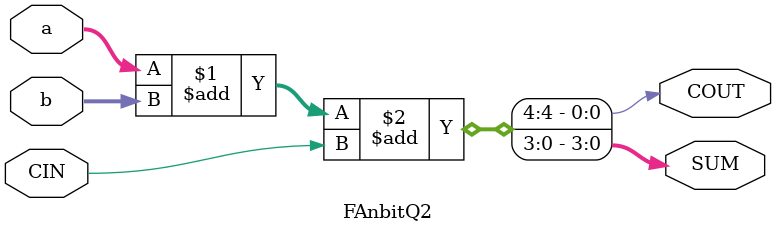
<source format=sv>
`timescale 1ns/1ns
module FAnbitQ2 #(parameter n = 4)( a,b,CIN,SUM,COUT);
  input [n-1:0]a,b;
  input CIN;
  output[n-1:0] SUM;
  output COUT;
  assign #(n*38) {COUT,SUM}=a+b+CIN;
endmodule

</source>
